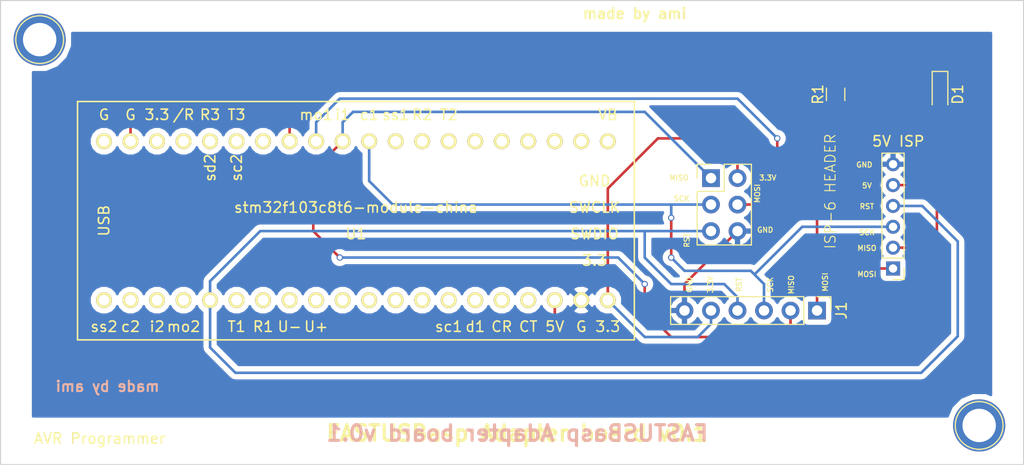
<source format=kicad_pcb>
(kicad_pcb (version 4) (host pcbnew 4.0.7-e1-6374~58~ubuntu16.04.1)

  (general
    (links 21)
    (no_connects 0)
    (area 157.949999 95.727 256.050001 140.825)
    (thickness 1.6)
    (drawings 29)
    (tracks 99)
    (zones 0)
    (modules 8)
    (nets 42)
  )

  (page A4)
  (layers
    (0 F.Cu signal)
    (31 B.Cu signal)
    (32 B.Adhes user)
    (33 F.Adhes user)
    (34 B.Paste user)
    (35 F.Paste user)
    (36 B.SilkS user)
    (37 F.SilkS user)
    (38 B.Mask user)
    (39 F.Mask user)
    (40 Dwgs.User user)
    (41 Cmts.User user)
    (42 Eco1.User user)
    (43 Eco2.User user)
    (44 Edge.Cuts user)
    (45 Margin user)
    (46 B.CrtYd user)
    (47 F.CrtYd user)
    (48 B.Fab user)
    (49 F.Fab user)
  )

  (setup
    (last_trace_width 0.25)
    (trace_clearance 0.2)
    (zone_clearance 0.508)
    (zone_45_only no)
    (trace_min 0.2)
    (segment_width 0.2)
    (edge_width 0.1)
    (via_size 0.6)
    (via_drill 0.4)
    (via_min_size 0.4)
    (via_min_drill 0.3)
    (uvia_size 0.3)
    (uvia_drill 0.1)
    (uvias_allowed no)
    (uvia_min_size 0.2)
    (uvia_min_drill 0.1)
    (pcb_text_width 0.3)
    (pcb_text_size 1.5 1.5)
    (mod_edge_width 0.15)
    (mod_text_size 1 1)
    (mod_text_width 0.15)
    (pad_size 5 5)
    (pad_drill 3.2)
    (pad_to_mask_clearance 0)
    (aux_axis_origin 0 0)
    (visible_elements FFFFFF7F)
    (pcbplotparams
      (layerselection 0x010f0_80000001)
      (usegerberextensions true)
      (excludeedgelayer true)
      (linewidth 0.100000)
      (plotframeref false)
      (viasonmask false)
      (mode 1)
      (useauxorigin false)
      (hpglpennumber 1)
      (hpglpenspeed 20)
      (hpglpendiameter 15)
      (hpglpenoverlay 2)
      (psnegative false)
      (psa4output false)
      (plotreference true)
      (plotvalue true)
      (plotinvisibletext false)
      (padsonsilk false)
      (subtractmaskfromsilk false)
      (outputformat 1)
      (mirror false)
      (drillshape 0)
      (scaleselection 1)
      (outputdirectory gerber/))
  )

  (net 0 "")
  (net 1 "Net-(U1-Pad1)")
  (net 2 "Net-(U1-Pad2)")
  (net 3 "Net-(U1-Pad3)")
  (net 4 "Net-(U1-Pad4)")
  (net 5 "Net-(U1-Pad6)")
  (net 6 "Net-(U1-Pad7)")
  (net 7 "Net-(U1-Pad8)")
  (net 8 "Net-(U1-Pad9)")
  (net 9 "Net-(U1-Pad10)")
  (net 10 "Net-(U1-Pad11)")
  (net 11 "Net-(U1-Pad12)")
  (net 12 "Net-(U1-Pad13)")
  (net 13 "Net-(U1-Pad14)")
  (net 14 "Net-(U1-Pad15)")
  (net 15 "Net-(U1-Pad16)")
  (net 16 "Net-(U1-Pad17)")
  (net 17 "Net-(U1-Pad21)")
  (net 18 "Net-(U1-Pad22)")
  (net 19 "Net-(U1-Pad23)")
  (net 20 "Net-(U1-Pad24)")
  (net 21 "Net-(U1-Pad25)")
  (net 22 "Net-(U1-Pad26)")
  (net 23 "Net-(U1-Pad27)")
  (net 24 "Net-(U1-Pad28)")
  (net 25 "Net-(U1-Pad29)")
  (net 26 "Net-(U1-Pad34)")
  (net 27 "Net-(U1-Pad35)")
  (net 28 "Net-(U1-Pad36)")
  (net 29 "Net-(U1-Pad37)")
  (net 30 "Net-(U1-Pad38)")
  (net 31 "Net-(U1-Pad40)")
  (net 32 /3.3V)
  (net 33 /GND)
  (net 34 /MISO)
  (net 35 /SCK)
  (net 36 /MOSI)
  (net 37 /RST)
  (net 38 /5V)
  (net 39 "Net-(D1-Pad1)")
  (net 40 "Net-(D1-Pad2)")
  (net 41 "Net-(R1-Pad2)")

  (net_class Default "This is the default net class."
    (clearance 0.2)
    (trace_width 0.25)
    (via_dia 0.6)
    (via_drill 0.4)
    (uvia_dia 0.3)
    (uvia_drill 0.1)
    (add_net /3.3V)
    (add_net /5V)
    (add_net /GND)
    (add_net /MISO)
    (add_net /MOSI)
    (add_net /RST)
    (add_net /SCK)
    (add_net "Net-(D1-Pad1)")
    (add_net "Net-(D1-Pad2)")
    (add_net "Net-(R1-Pad2)")
    (add_net "Net-(U1-Pad1)")
    (add_net "Net-(U1-Pad10)")
    (add_net "Net-(U1-Pad11)")
    (add_net "Net-(U1-Pad12)")
    (add_net "Net-(U1-Pad13)")
    (add_net "Net-(U1-Pad14)")
    (add_net "Net-(U1-Pad15)")
    (add_net "Net-(U1-Pad16)")
    (add_net "Net-(U1-Pad17)")
    (add_net "Net-(U1-Pad2)")
    (add_net "Net-(U1-Pad21)")
    (add_net "Net-(U1-Pad22)")
    (add_net "Net-(U1-Pad23)")
    (add_net "Net-(U1-Pad24)")
    (add_net "Net-(U1-Pad25)")
    (add_net "Net-(U1-Pad26)")
    (add_net "Net-(U1-Pad27)")
    (add_net "Net-(U1-Pad28)")
    (add_net "Net-(U1-Pad29)")
    (add_net "Net-(U1-Pad3)")
    (add_net "Net-(U1-Pad34)")
    (add_net "Net-(U1-Pad35)")
    (add_net "Net-(U1-Pad36)")
    (add_net "Net-(U1-Pad37)")
    (add_net "Net-(U1-Pad38)")
    (add_net "Net-(U1-Pad4)")
    (add_net "Net-(U1-Pad40)")
    (add_net "Net-(U1-Pad6)")
    (add_net "Net-(U1-Pad7)")
    (add_net "Net-(U1-Pad8)")
    (add_net "Net-(U1-Pad9)")
  )

  (module Connectors:1pin (layer F.Cu) (tedit 5988600F) (tstamp 5997265D)
    (at 251.75 136.75)
    (descr "module 1 pin (ou trou mecanique de percage)")
    (tags DEV)
    (fp_text reference REF** (at 0 -3.048) (layer F.SilkS) hide
      (effects (font (size 1 1) (thickness 0.15)))
    )
    (fp_text value 1pin (at 0 3) (layer F.Fab) hide
      (effects (font (size 1 1) (thickness 0.15)))
    )
    (fp_circle (center 0 0) (end 2 0.8) (layer F.Fab) (width 0.1))
    (fp_circle (center 0 0) (end 2.6 0) (layer F.CrtYd) (width 0.05))
    (fp_circle (center 0 0) (end 0 -2.286) (layer F.SilkS) (width 0.12))
    (pad 1 thru_hole circle (at 0 0) (size 5 5) (drill 3.2) (layers *.Cu *.Mask))
  )

  (module Pin_Headers:Pin_Header_Straight_2x03_Pitch2.54mm (layer F.Cu) (tedit 592112D9) (tstamp 58F3B34E)
    (at 226.06 113.03)
    (descr "Through hole straight pin header, 2x03, 2.54mm pitch, double rows")
    (tags "Through hole pin header THT 2x03 2.54mm double row")
    (path /58F3AC05)
    (fp_text reference CON1 (at 1.27 -2.33) (layer F.SilkS) hide
      (effects (font (size 1 1) (thickness 0.15)))
    )
    (fp_text value AVR-ISP-6 (at 1.27 7.41) (layer F.Fab) hide
      (effects (font (size 1 1) (thickness 0.15)))
    )
    (fp_line (start -1.27 -1.27) (end -1.27 6.35) (layer F.Fab) (width 0.1))
    (fp_line (start -1.27 6.35) (end 3.81 6.35) (layer F.Fab) (width 0.1))
    (fp_line (start 3.81 6.35) (end 3.81 -1.27) (layer F.Fab) (width 0.1))
    (fp_line (start 3.81 -1.27) (end -1.27 -1.27) (layer F.Fab) (width 0.1))
    (fp_line (start -1.33 1.27) (end -1.33 6.41) (layer F.SilkS) (width 0.12))
    (fp_line (start -1.33 6.41) (end 3.87 6.41) (layer F.SilkS) (width 0.12))
    (fp_line (start 3.87 6.41) (end 3.87 -1.33) (layer F.SilkS) (width 0.12))
    (fp_line (start 3.87 -1.33) (end 1.27 -1.33) (layer F.SilkS) (width 0.12))
    (fp_line (start 1.27 -1.33) (end 1.27 1.27) (layer F.SilkS) (width 0.12))
    (fp_line (start 1.27 1.27) (end -1.33 1.27) (layer F.SilkS) (width 0.12))
    (fp_line (start -1.33 0) (end -1.33 -1.33) (layer F.SilkS) (width 0.12))
    (fp_line (start -1.33 -1.33) (end 0 -1.33) (layer F.SilkS) (width 0.12))
    (fp_line (start -1.8 -1.8) (end -1.8 6.85) (layer F.CrtYd) (width 0.05))
    (fp_line (start -1.8 6.85) (end 4.35 6.85) (layer F.CrtYd) (width 0.05))
    (fp_line (start 4.35 6.85) (end 4.35 -1.8) (layer F.CrtYd) (width 0.05))
    (fp_line (start 4.35 -1.8) (end -1.8 -1.8) (layer F.CrtYd) (width 0.05))
    (fp_text user "ISP-6 HEADER" (at 1.27 -2.33) (layer F.Fab) hide
      (effects (font (size 1 1) (thickness 0.15)))
    )
    (pad 1 thru_hole rect (at 0 0) (size 1.7 1.7) (drill 1) (layers *.Cu *.Mask)
      (net 34 /MISO))
    (pad 2 thru_hole oval (at 2.54 0) (size 1.7 1.7) (drill 1) (layers *.Cu *.Mask)
      (net 32 /3.3V))
    (pad 3 thru_hole oval (at 0 2.54) (size 1.7 1.7) (drill 1) (layers *.Cu *.Mask)
      (net 35 /SCK))
    (pad 4 thru_hole oval (at 2.54 2.54) (size 1.7 1.7) (drill 1) (layers *.Cu *.Mask)
      (net 36 /MOSI))
    (pad 5 thru_hole oval (at 0 5.08) (size 1.7 1.7) (drill 1) (layers *.Cu *.Mask)
      (net 37 /RST))
    (pad 6 thru_hole oval (at 2.54 5.08) (size 1.7 1.7) (drill 1) (layers *.Cu *.Mask)
      (net 33 /GND))
    (model ${KISYS3DMOD}/Pin_Headers.3dshapes/Pin_Header_Straight_2x03_Pitch2.54mm.wrl
      (at (xyz 0.05 -0.1 0))
      (scale (xyz 1 1 1))
      (rotate (xyz 0 0 90))
    )
  )

  (module myelin-kicad:stm32f103c8t6-module-china (layer F.Cu) (tedit 5712CDA9) (tstamp 58F3B3A1)
    (at 192.045001 117.115001)
    (path /58F3343D)
    (fp_text reference U1 (at 0 1.27) (layer F.SilkS)
      (effects (font (size 1 1) (thickness 0.15)))
    )
    (fp_text value stm32f103c8t6-module-china (at 0 -1.27) (layer F.SilkS)
      (effects (font (size 1 1) (thickness 0.15)))
    )
    (fp_text user sc2 (at -11.43 -5.08 90) (layer F.SilkS)
      (effects (font (size 1 1) (thickness 0.15)))
    )
    (fp_text user sd2 (at -13.97 -5.08 90) (layer F.SilkS)
      (effects (font (size 1 1) (thickness 0.15)))
    )
    (fp_text user mo2 (at -16.51 10.16) (layer F.SilkS)
      (effects (font (size 1 1) (thickness 0.15)))
    )
    (fp_text user i2 (at -19.05 10.16) (layer F.SilkS)
      (effects (font (size 1 1) (thickness 0.15)))
    )
    (fp_text user c2 (at -21.59 10.16) (layer F.SilkS)
      (effects (font (size 1 1) (thickness 0.15)))
    )
    (fp_text user ss2 (at -24.13 10.16) (layer F.SilkS)
      (effects (font (size 1 1) (thickness 0.15)))
    )
    (fp_text user d1 (at 11.43 10.16) (layer F.SilkS)
      (effects (font (size 1 1) (thickness 0.15)))
    )
    (fp_text user sc1 (at 8.89 10.16) (layer F.SilkS)
      (effects (font (size 1 1) (thickness 0.15)))
    )
    (fp_text user T2 (at 8.89 -10.16) (layer F.SilkS)
      (effects (font (size 1 1) (thickness 0.15)))
    )
    (fp_text user R2 (at 6.35 -10.16) (layer F.SilkS)
      (effects (font (size 1 1) (thickness 0.15)))
    )
    (fp_text user ss1 (at 3.81 -10.16) (layer F.SilkS)
      (effects (font (size 1 1) (thickness 0.15)))
    )
    (fp_text user c1 (at 1.27 -10.16) (layer F.SilkS)
      (effects (font (size 1 1) (thickness 0.15)))
    )
    (fp_text user i1 (at -1.27 -10.16) (layer F.SilkS)
      (effects (font (size 1 1) (thickness 0.15)))
    )
    (fp_text user mo1 (at -3.81 -10.16) (layer F.SilkS)
      (effects (font (size 1 1) (thickness 0.15)))
    )
    (fp_text user T3 (at -11.43 -10.16) (layer F.SilkS)
      (effects (font (size 1 1) (thickness 0.15)))
    )
    (fp_text user R3 (at -13.97 -10.16) (layer F.SilkS)
      (effects (font (size 1 1) (thickness 0.15)))
    )
    (fp_text user CT (at 16.51 10.16) (layer F.SilkS)
      (effects (font (size 1 1) (thickness 0.15)))
    )
    (fp_text user CR (at 13.97 10.16) (layer F.SilkS)
      (effects (font (size 1 1) (thickness 0.15)))
    )
    (fp_text user U+ (at -3.81 10.16) (layer F.SilkS)
      (effects (font (size 1 1) (thickness 0.15)))
    )
    (fp_text user U- (at -6.35 10.16) (layer F.SilkS)
      (effects (font (size 1 1) (thickness 0.15)))
    )
    (fp_text user R1 (at -8.89 10.16) (layer F.SilkS)
      (effects (font (size 1 1) (thickness 0.15)))
    )
    (fp_text user T1 (at -11.43 10.16) (layer F.SilkS)
      (effects (font (size 1 1) (thickness 0.15)))
    )
    (fp_text user 3.3 (at 22.86 3.81) (layer F.SilkS)
      (effects (font (size 1 1) (thickness 0.15)))
    )
    (fp_text user SWDIO (at 22.86 1.27) (layer F.SilkS)
      (effects (font (size 1 1) (thickness 0.15)))
    )
    (fp_text user SWCLK (at 22.86 -1.27) (layer F.SilkS)
      (effects (font (size 1 1) (thickness 0.15)))
    )
    (fp_text user GND (at 22.86 -3.81) (layer F.SilkS)
      (effects (font (size 1 1) (thickness 0.15)))
    )
    (fp_text user 3.3 (at 24.13 10.16) (layer F.SilkS)
      (effects (font (size 1 1) (thickness 0.15)))
    )
    (fp_text user G (at 21.59 10.16) (layer F.SilkS)
      (effects (font (size 1 1) (thickness 0.15)))
    )
    (fp_text user /R (at -16.51 -10.16) (layer F.SilkS)
      (effects (font (size 1 1) (thickness 0.15)))
    )
    (fp_text user 3.3 (at -19.05 -10.16) (layer F.SilkS)
      (effects (font (size 1 1) (thickness 0.15)))
    )
    (fp_text user G (at -21.59 -10.16) (layer F.SilkS)
      (effects (font (size 1 1) (thickness 0.15)))
    )
    (fp_text user G (at -24.13 -10.16) (layer F.SilkS)
      (effects (font (size 1 1) (thickness 0.15)))
    )
    (fp_text user VB (at 24.13 -10.16) (layer F.SilkS)
      (effects (font (size 1 1) (thickness 0.15)))
    )
    (fp_text user 5V (at 19.05 10.16) (layer F.SilkS)
      (effects (font (size 1 1) (thickness 0.15)))
    )
    (fp_text user USB (at -24.13 0 90) (layer F.SilkS)
      (effects (font (size 1 1) (thickness 0.15)))
    )
    (fp_line (start -26.67 11.43) (end 26.67 11.43) (layer F.SilkS) (width 0.15))
    (fp_line (start 26.67 -11.43) (end -26.67 -11.43) (layer F.SilkS) (width 0.15))
    (fp_line (start 26.67 11.43) (end 26.67 -11.43) (layer F.SilkS) (width 0.15))
    (fp_line (start -26.67 -11.43) (end -26.67 11.43) (layer F.SilkS) (width 0.15))
    (pad 1 thru_hole circle (at -24.13 7.62) (size 1.524 1.524) (drill 1.016) (layers *.Cu *.Mask F.SilkS)
      (net 1 "Net-(U1-Pad1)"))
    (pad 2 thru_hole circle (at -21.59 7.62) (size 1.524 1.524) (drill 1.016) (layers *.Cu *.Mask F.SilkS)
      (net 2 "Net-(U1-Pad2)"))
    (pad 3 thru_hole circle (at -19.05 7.62) (size 1.524 1.524) (drill 1.016) (layers *.Cu *.Mask F.SilkS)
      (net 3 "Net-(U1-Pad3)"))
    (pad 4 thru_hole circle (at -16.51 7.62) (size 1.524 1.524) (drill 1.016) (layers *.Cu *.Mask F.SilkS)
      (net 4 "Net-(U1-Pad4)"))
    (pad 5 thru_hole circle (at -13.97 7.62) (size 1.524 1.524) (drill 1.016) (layers *.Cu *.Mask F.SilkS)
      (net 37 /RST))
    (pad 6 thru_hole circle (at -11.43 7.62) (size 1.524 1.524) (drill 1.016) (layers *.Cu *.Mask F.SilkS)
      (net 5 "Net-(U1-Pad6)"))
    (pad 7 thru_hole circle (at -8.89 7.62) (size 1.524 1.524) (drill 1.016) (layers *.Cu *.Mask F.SilkS)
      (net 6 "Net-(U1-Pad7)"))
    (pad 8 thru_hole circle (at -6.35 7.62) (size 1.524 1.524) (drill 1.016) (layers *.Cu *.Mask F.SilkS)
      (net 7 "Net-(U1-Pad8)"))
    (pad 9 thru_hole circle (at -3.81 7.62) (size 1.524 1.524) (drill 1.016) (layers *.Cu *.Mask F.SilkS)
      (net 8 "Net-(U1-Pad9)"))
    (pad 10 thru_hole circle (at -1.27 7.62) (size 1.524 1.524) (drill 1.016) (layers *.Cu *.Mask F.SilkS)
      (net 9 "Net-(U1-Pad10)"))
    (pad 11 thru_hole circle (at 1.27 7.62) (size 1.524 1.524) (drill 1.016) (layers *.Cu *.Mask F.SilkS)
      (net 10 "Net-(U1-Pad11)"))
    (pad 12 thru_hole circle (at 3.81 7.62) (size 1.524 1.524) (drill 1.016) (layers *.Cu *.Mask F.SilkS)
      (net 11 "Net-(U1-Pad12)"))
    (pad 13 thru_hole circle (at 6.35 7.62) (size 1.524 1.524) (drill 1.016) (layers *.Cu *.Mask F.SilkS)
      (net 12 "Net-(U1-Pad13)"))
    (pad 14 thru_hole circle (at 8.89 7.62) (size 1.524 1.524) (drill 1.016) (layers *.Cu *.Mask F.SilkS)
      (net 13 "Net-(U1-Pad14)"))
    (pad 15 thru_hole circle (at 11.43 7.62) (size 1.524 1.524) (drill 1.016) (layers *.Cu *.Mask F.SilkS)
      (net 14 "Net-(U1-Pad15)"))
    (pad 16 thru_hole circle (at 13.97 7.62) (size 1.524 1.524) (drill 1.016) (layers *.Cu *.Mask F.SilkS)
      (net 15 "Net-(U1-Pad16)"))
    (pad 17 thru_hole circle (at 16.51 7.62) (size 1.524 1.524) (drill 1.016) (layers *.Cu *.Mask F.SilkS)
      (net 16 "Net-(U1-Pad17)"))
    (pad 18 thru_hole circle (at 19.05 7.62) (size 1.524 1.524) (drill 1.016) (layers *.Cu *.Mask F.SilkS)
      (net 38 /5V))
    (pad 19 thru_hole circle (at 21.59 7.62) (size 1.524 1.524) (drill 1.016) (layers *.Cu *.Mask F.SilkS)
      (net 33 /GND))
    (pad 20 thru_hole circle (at 24.13 7.62) (size 1.524 1.524) (drill 1.016) (layers *.Cu *.Mask F.SilkS)
      (net 32 /3.3V))
    (pad 21 thru_hole circle (at 24.13 -7.62) (size 1.524 1.524) (drill 1.016) (layers *.Cu *.Mask F.SilkS)
      (net 17 "Net-(U1-Pad21)"))
    (pad 22 thru_hole circle (at 21.59 -7.62) (size 1.524 1.524) (drill 1.016) (layers *.Cu *.Mask F.SilkS)
      (net 18 "Net-(U1-Pad22)"))
    (pad 23 thru_hole circle (at 19.05 -7.62) (size 1.524 1.524) (drill 1.016) (layers *.Cu *.Mask F.SilkS)
      (net 19 "Net-(U1-Pad23)"))
    (pad 24 thru_hole circle (at 16.51 -7.62) (size 1.524 1.524) (drill 1.016) (layers *.Cu *.Mask F.SilkS)
      (net 20 "Net-(U1-Pad24)"))
    (pad 25 thru_hole circle (at 13.97 -7.62) (size 1.524 1.524) (drill 1.016) (layers *.Cu *.Mask F.SilkS)
      (net 21 "Net-(U1-Pad25)"))
    (pad 26 thru_hole circle (at 11.43 -7.62) (size 1.524 1.524) (drill 1.016) (layers *.Cu *.Mask F.SilkS)
      (net 22 "Net-(U1-Pad26)"))
    (pad 27 thru_hole circle (at 8.89 -7.62) (size 1.524 1.524) (drill 1.016) (layers *.Cu *.Mask F.SilkS)
      (net 23 "Net-(U1-Pad27)"))
    (pad 28 thru_hole circle (at 6.35 -7.62) (size 1.524 1.524) (drill 1.016) (layers *.Cu *.Mask F.SilkS)
      (net 24 "Net-(U1-Pad28)"))
    (pad 29 thru_hole circle (at 3.81 -7.62) (size 1.524 1.524) (drill 1.016) (layers *.Cu *.Mask F.SilkS)
      (net 25 "Net-(U1-Pad29)"))
    (pad 30 thru_hole circle (at 1.27 -7.62) (size 1.524 1.524) (drill 1.016) (layers *.Cu *.Mask F.SilkS)
      (net 35 /SCK))
    (pad 31 thru_hole circle (at -1.27 -7.62) (size 1.524 1.524) (drill 1.016) (layers *.Cu *.Mask F.SilkS)
      (net 34 /MISO))
    (pad 32 thru_hole circle (at -3.81 -7.62) (size 1.524 1.524) (drill 1.016) (layers *.Cu *.Mask F.SilkS)
      (net 36 /MOSI))
    (pad 33 thru_hole circle (at -6.35 -7.62) (size 1.524 1.524) (drill 1.016) (layers *.Cu *.Mask F.SilkS)
      (net 41 "Net-(R1-Pad2)"))
    (pad 34 thru_hole circle (at -8.89 -7.62) (size 1.524 1.524) (drill 1.016) (layers *.Cu *.Mask F.SilkS)
      (net 26 "Net-(U1-Pad34)"))
    (pad 35 thru_hole circle (at -11.43 -7.62) (size 1.524 1.524) (drill 1.016) (layers *.Cu *.Mask F.SilkS)
      (net 27 "Net-(U1-Pad35)"))
    (pad 36 thru_hole circle (at -13.97 -7.62) (size 1.524 1.524) (drill 1.016) (layers *.Cu *.Mask F.SilkS)
      (net 28 "Net-(U1-Pad36)"))
    (pad 37 thru_hole circle (at -16.51 -7.62) (size 1.524 1.524) (drill 1.016) (layers *.Cu *.Mask F.SilkS)
      (net 29 "Net-(U1-Pad37)"))
    (pad 38 thru_hole circle (at -19.05 -7.62) (size 1.524 1.524) (drill 1.016) (layers *.Cu *.Mask F.SilkS)
      (net 30 "Net-(U1-Pad38)"))
    (pad 39 thru_hole circle (at -21.59 -7.62) (size 1.524 1.524) (drill 1.016) (layers *.Cu *.Mask F.SilkS)
      (net 39 "Net-(D1-Pad1)"))
    (pad 40 thru_hole circle (at -24.13 -7.62) (size 1.524 1.524) (drill 1.016) (layers *.Cu *.Mask F.SilkS)
      (net 31 "Net-(U1-Pad40)"))
  )

  (module Pin_Headers:Pin_Header_Straight_1x06_Pitch2.54mm (layer F.Cu) (tedit 5988627B) (tstamp 591FC474)
    (at 236.22 125.73 270)
    (descr "Through hole straight pin header, 1x06, 2.54mm pitch, single row")
    (tags "Through hole pin header THT 1x06 2.54mm single row")
    (path /591FC29A)
    (fp_text reference J1 (at 0 -2.33 270) (layer F.SilkS)
      (effects (font (size 1 1) (thickness 0.15)))
    )
    (fp_text value CONN_01X06 (at -1.27 16.51 270) (layer F.Fab) hide
      (effects (font (size 1 1) (thickness 0.15)))
    )
    (fp_line (start -1.27 -1.27) (end -1.27 13.97) (layer F.Fab) (width 0.1))
    (fp_line (start -1.27 13.97) (end 1.27 13.97) (layer F.Fab) (width 0.1))
    (fp_line (start 1.27 13.97) (end 1.27 -1.27) (layer F.Fab) (width 0.1))
    (fp_line (start 1.27 -1.27) (end -1.27 -1.27) (layer F.Fab) (width 0.1))
    (fp_line (start -1.33 1.27) (end -1.33 14.03) (layer F.SilkS) (width 0.12))
    (fp_line (start -1.33 14.03) (end 1.33 14.03) (layer F.SilkS) (width 0.12))
    (fp_line (start 1.33 14.03) (end 1.33 1.27) (layer F.SilkS) (width 0.12))
    (fp_line (start 1.33 1.27) (end -1.33 1.27) (layer F.SilkS) (width 0.12))
    (fp_line (start -1.33 0) (end -1.33 -1.33) (layer F.SilkS) (width 0.12))
    (fp_line (start -1.33 -1.33) (end 0 -1.33) (layer F.SilkS) (width 0.12))
    (fp_line (start -1.8 -1.8) (end -1.8 14.5) (layer F.CrtYd) (width 0.05))
    (fp_line (start -1.8 14.5) (end 1.8 14.5) (layer F.CrtYd) (width 0.05))
    (fp_line (start 1.8 14.5) (end 1.8 -1.8) (layer F.CrtYd) (width 0.05))
    (fp_line (start 1.8 -1.8) (end -1.8 -1.8) (layer F.CrtYd) (width 0.05))
    (fp_text user %R (at 0 -2.33 270) (layer F.Fab) hide
      (effects (font (size 1 1) (thickness 0.15)))
    )
    (pad 1 thru_hole rect (at 0 0 270) (size 1.7 1.7) (drill 1) (layers *.Cu *.Mask)
      (net 36 /MOSI))
    (pad 2 thru_hole oval (at 0 2.54 270) (size 1.7 1.7) (drill 1) (layers *.Cu *.Mask)
      (net 34 /MISO))
    (pad 3 thru_hole oval (at 0 5.08 270) (size 1.7 1.7) (drill 1) (layers *.Cu *.Mask)
      (net 35 /SCK))
    (pad 4 thru_hole oval (at 0 7.62 270) (size 1.7 1.7) (drill 1) (layers *.Cu *.Mask)
      (net 37 /RST))
    (pad 5 thru_hole oval (at 0 10.16 270) (size 1.7 1.7) (drill 1) (layers *.Cu *.Mask)
      (net 32 /3.3V))
    (pad 6 thru_hole oval (at 0 12.7 270) (size 1.7 1.7) (drill 1) (layers *.Cu *.Mask)
      (net 33 /GND))
    (model ${KISYS3DMOD}/Pin_Headers.3dshapes/Pin_Header_Straight_1x06_Pitch2.54mm.wrl
      (at (xyz 0 -0.25 0))
      (scale (xyz 1 1 1))
      (rotate (xyz 0 0 90))
    )
  )

  (module Pin_Headers:Pin_Header_Straight_1x06_Pitch2.00mm (layer F.Cu) (tedit 59886273) (tstamp 59885484)
    (at 243.5 121.7 180)
    (descr "Through hole straight pin header, 1x06, 2.00mm pitch, single row")
    (tags "Through hole pin header THT 1x06 2.00mm single row")
    (path /598853A4)
    (fp_text reference J2 (at 0 -2.06 180) (layer F.SilkS) hide
      (effects (font (size 1 1) (thickness 0.15)))
    )
    (fp_text value "5V ISP" (at -0.5 12.2 180) (layer F.SilkS)
      (effects (font (size 1 1) (thickness 0.15)))
    )
    (fp_line (start -0.5 -1) (end 1 -1) (layer F.Fab) (width 0.1))
    (fp_line (start 1 -1) (end 1 11) (layer F.Fab) (width 0.1))
    (fp_line (start 1 11) (end -1 11) (layer F.Fab) (width 0.1))
    (fp_line (start -1 11) (end -1 -0.5) (layer F.Fab) (width 0.1))
    (fp_line (start -1 -0.5) (end -0.5 -1) (layer F.Fab) (width 0.1))
    (fp_line (start -1.06 11.06) (end 1.06 11.06) (layer F.SilkS) (width 0.12))
    (fp_line (start -1.06 1) (end -1.06 11.06) (layer F.SilkS) (width 0.12))
    (fp_line (start 1.06 1) (end 1.06 11.06) (layer F.SilkS) (width 0.12))
    (fp_line (start -1.06 1) (end 1.06 1) (layer F.SilkS) (width 0.12))
    (fp_line (start -1.06 0) (end -1.06 -1.06) (layer F.SilkS) (width 0.12))
    (fp_line (start -1.06 -1.06) (end 0 -1.06) (layer F.SilkS) (width 0.12))
    (fp_line (start -1.5 -1.5) (end -1.5 11.5) (layer F.CrtYd) (width 0.05))
    (fp_line (start -1.5 11.5) (end 1.5 11.5) (layer F.CrtYd) (width 0.05))
    (fp_line (start 1.5 11.5) (end 1.5 -1.5) (layer F.CrtYd) (width 0.05))
    (fp_line (start 1.5 -1.5) (end -1.5 -1.5) (layer F.CrtYd) (width 0.05))
    (fp_text user %R (at 0 5 270) (layer F.Fab)
      (effects (font (size 1 1) (thickness 0.15)))
    )
    (pad 1 thru_hole rect (at 0 0 180) (size 1.35 1.35) (drill 0.8) (layers *.Cu *.Mask)
      (net 36 /MOSI))
    (pad 2 thru_hole oval (at 0 2 180) (size 1.35 1.35) (drill 0.8) (layers *.Cu *.Mask)
      (net 34 /MISO))
    (pad 3 thru_hole oval (at 0 4 180) (size 1.35 1.35) (drill 0.8) (layers *.Cu *.Mask)
      (net 35 /SCK))
    (pad 4 thru_hole oval (at 0 6 180) (size 1.35 1.35) (drill 0.8) (layers *.Cu *.Mask)
      (net 37 /RST))
    (pad 5 thru_hole oval (at 0 8 180) (size 1.35 1.35) (drill 0.8) (layers *.Cu *.Mask)
      (net 38 /5V))
    (pad 6 thru_hole oval (at 0 10 180) (size 1.35 1.35) (drill 0.8) (layers *.Cu *.Mask)
      (net 33 /GND))
    (model ${KISYS3DMOD}/Pin_Headers.3dshapes/Pin_Header_Straight_1x06_Pitch2.00mm.wrl
      (at (xyz 0 0 0))
      (scale (xyz 1 1 1))
      (rotate (xyz 0 0 0))
    )
  )

  (module LEDs:LED_0805_HandSoldering (layer F.Cu) (tedit 5988612E) (tstamp 59885E1C)
    (at 248 105 270)
    (descr "Resistor SMD 0805, hand soldering")
    (tags "resistor 0805")
    (path /59885E11)
    (attr smd)
    (fp_text reference D1 (at 0 -1.7 270) (layer F.SilkS)
      (effects (font (size 1 1) (thickness 0.15)))
    )
    (fp_text value LED (at 0 1.75 270) (layer F.Fab)
      (effects (font (size 1 1) (thickness 0.15)))
    )
    (fp_line (start -0.4 -0.4) (end -0.4 0.4) (layer F.Fab) (width 0.1))
    (fp_line (start -0.4 0) (end 0.2 -0.4) (layer F.Fab) (width 0.1))
    (fp_line (start 0.2 0.4) (end -0.4 0) (layer F.Fab) (width 0.1))
    (fp_line (start 0.2 -0.4) (end 0.2 0.4) (layer F.Fab) (width 0.1))
    (fp_line (start -1 0.62) (end -1 -0.62) (layer F.Fab) (width 0.1))
    (fp_line (start 1 0.62) (end -1 0.62) (layer F.Fab) (width 0.1))
    (fp_line (start 1 -0.62) (end 1 0.62) (layer F.Fab) (width 0.1))
    (fp_line (start -1 -0.62) (end 1 -0.62) (layer F.Fab) (width 0.1))
    (fp_line (start 1 0.75) (end -2.2 0.75) (layer F.SilkS) (width 0.12))
    (fp_line (start -2.2 -0.75) (end 1 -0.75) (layer F.SilkS) (width 0.12))
    (fp_line (start -2.35 -0.9) (end 2.35 -0.9) (layer F.CrtYd) (width 0.05))
    (fp_line (start -2.35 -0.9) (end -2.35 0.9) (layer F.CrtYd) (width 0.05))
    (fp_line (start 2.35 0.9) (end 2.35 -0.9) (layer F.CrtYd) (width 0.05))
    (fp_line (start 2.35 0.9) (end -2.35 0.9) (layer F.CrtYd) (width 0.05))
    (fp_line (start -2.2 -0.75) (end -2.2 0.75) (layer F.SilkS) (width 0.12))
    (pad 1 smd rect (at -1.35 0 270) (size 1.5 1.3) (layers F.Cu F.Paste F.Mask)
      (net 39 "Net-(D1-Pad1)"))
    (pad 2 smd rect (at 1.35 0 270) (size 1.5 1.3) (layers F.Cu F.Paste F.Mask)
      (net 40 "Net-(D1-Pad2)"))
    (model ${KISYS3DMOD}/LEDs.3dshapes/LED_0805.wrl
      (at (xyz 0 0 0))
      (scale (xyz 1 1 1))
      (rotate (xyz 0 0 0))
    )
  )

  (module Resistors_SMD:R_0805_HandSoldering (layer F.Cu) (tedit 59886128) (tstamp 59885E22)
    (at 238 105 90)
    (descr "Resistor SMD 0805, hand soldering")
    (tags "resistor 0805")
    (path /59885CC6)
    (attr smd)
    (fp_text reference R1 (at 0 -1.7 90) (layer F.SilkS)
      (effects (font (size 1 1) (thickness 0.15)))
    )
    (fp_text value R (at 0 1.75 90) (layer F.Fab) hide
      (effects (font (size 1 1) (thickness 0.15)))
    )
    (fp_text user %R (at 0 0 90) (layer F.Fab)
      (effects (font (size 0.5 0.5) (thickness 0.075)))
    )
    (fp_line (start -1 0.62) (end -1 -0.62) (layer F.Fab) (width 0.1))
    (fp_line (start 1 0.62) (end -1 0.62) (layer F.Fab) (width 0.1))
    (fp_line (start 1 -0.62) (end 1 0.62) (layer F.Fab) (width 0.1))
    (fp_line (start -1 -0.62) (end 1 -0.62) (layer F.Fab) (width 0.1))
    (fp_line (start 0.6 0.88) (end -0.6 0.88) (layer F.SilkS) (width 0.12))
    (fp_line (start -0.6 -0.88) (end 0.6 -0.88) (layer F.SilkS) (width 0.12))
    (fp_line (start -2.35 -0.9) (end 2.35 -0.9) (layer F.CrtYd) (width 0.05))
    (fp_line (start -2.35 -0.9) (end -2.35 0.9) (layer F.CrtYd) (width 0.05))
    (fp_line (start 2.35 0.9) (end 2.35 -0.9) (layer F.CrtYd) (width 0.05))
    (fp_line (start 2.35 0.9) (end -2.35 0.9) (layer F.CrtYd) (width 0.05))
    (pad 1 smd rect (at -1.35 0 90) (size 1.5 1.3) (layers F.Cu F.Paste F.Mask)
      (net 40 "Net-(D1-Pad2)"))
    (pad 2 smd rect (at 1.35 0 90) (size 1.5 1.3) (layers F.Cu F.Paste F.Mask)
      (net 41 "Net-(R1-Pad2)"))
    (model ${KISYS3DMOD}/Resistors_SMD.3dshapes/R_0805.wrl
      (at (xyz 0 0 0))
      (scale (xyz 1 1 1))
      (rotate (xyz 0 0 0))
    )
  )

  (module Connectors:1pin (layer F.Cu) (tedit 5988600F) (tstamp 59885FE2)
    (at 161.75 99.75)
    (descr "module 1 pin (ou trou mecanique de percage)")
    (tags DEV)
    (fp_text reference REF** (at 0 -3.048) (layer F.SilkS) hide
      (effects (font (size 1 1) (thickness 0.15)))
    )
    (fp_text value 1pin (at 0 3) (layer F.Fab) hide
      (effects (font (size 1 1) (thickness 0.15)))
    )
    (fp_circle (center 0 0) (end 2 0.8) (layer F.Fab) (width 0.1))
    (fp_circle (center 0 0) (end 2.6 0) (layer F.CrtYd) (width 0.05))
    (fp_circle (center 0 0) (end 0 -2.286) (layer F.SilkS) (width 0.12))
    (pad 1 thru_hole circle (at 0 0) (size 5 5) (drill 3.2) (layers *.Cu *.Mask))
  )

  (gr_text "AVR Programmer" (at 167.5 138) (layer F.SilkS)
    (effects (font (size 1 1) (thickness 0.15)))
  )
  (gr_text "FASTUSBasp Adapter board v0.1" (at 207.5 137.5) (layer B.SilkS)
    (effects (font (size 1.5 1.5) (thickness 0.3)) (justify mirror))
  )
  (gr_text TOP (at 250 100.5) (layer F.Cu)
    (effects (font (size 1.5 1.5) (thickness 0.3)))
  )
  (gr_text GND (at 240.75 111.75) (layer F.SilkS)
    (effects (font (size 0.5 0.5) (thickness 0.1)))
  )
  (gr_text 5V (at 241 113.75) (layer F.SilkS)
    (effects (font (size 0.5 0.5) (thickness 0.1)))
  )
  (gr_text RST (at 241 115.75) (layer F.SilkS)
    (effects (font (size 0.5 0.5) (thickness 0.1)))
  )
  (gr_text SCK (at 241 118.25) (layer F.SilkS)
    (effects (font (size 0.5 0.5) (thickness 0.1)))
  )
  (gr_text MISO (at 241 119.75) (layer F.SilkS)
    (effects (font (size 0.5 0.5) (thickness 0.1)))
  )
  (gr_text MOSI (at 241 122.25) (layer F.SilkS)
    (effects (font (size 0.5 0.5) (thickness 0.1)))
  )
  (gr_text "FASTUSBasp Adapter board v0.1" (at 207.5 137.5) (layer F.SilkS)
    (effects (font (size 1.5 1.5) (thickness 0.3)))
  )
  (gr_text "made by ami" (at 218.75 97.25) (layer F.SilkS)
    (effects (font (size 1 1) (thickness 0.2)))
  )
  (gr_line (start 158 140.5) (end 158 96) (angle 90) (layer Edge.Cuts) (width 0.1))
  (gr_line (start 256 140.5) (end 158 140.5) (angle 90) (layer Edge.Cuts) (width 0.1))
  (gr_line (start 256 96) (end 256 140.5) (angle 90) (layer Edge.Cuts) (width 0.1))
  (gr_line (start 158 96) (end 256 96) (angle 90) (layer Edge.Cuts) (width 0.1))
  (gr_text GND (at 224 123.25 90) (layer F.SilkS)
    (effects (font (size 0.5 0.5) (thickness 0.1)))
  )
  (gr_text 3.3V (at 226 123.25 90) (layer F.SilkS)
    (effects (font (size 0.5 0.5) (thickness 0.1)))
  )
  (gr_text RST (at 228.75 123.25 90) (layer F.SilkS)
    (effects (font (size 0.5 0.5) (thickness 0.1)))
  )
  (gr_text SCK (at 231.75 123.25 90) (layer F.SilkS)
    (effects (font (size 0.5 0.5) (thickness 0.1)))
  )
  (gr_text MISO (at 233.75 123.25 90) (layer F.SilkS)
    (effects (font (size 0.5 0.5) (thickness 0.1)))
  )
  (gr_text MOSI (at 237 123 90) (layer F.SilkS)
    (effects (font (size 0.5 0.5) (thickness 0.1)))
  )
  (gr_text GND (at 231.25 118) (layer F.SilkS)
    (effects (font (size 0.5 0.5) (thickness 0.1)))
  )
  (gr_text MOSI (at 230.5 114.5 90) (layer F.SilkS)
    (effects (font (size 0.5 0.5) (thickness 0.1)))
  )
  (gr_text 3.3V (at 231.5 113) (layer F.SilkS)
    (effects (font (size 0.5 0.5) (thickness 0.1)))
  )
  (gr_text "ISP-6 HEADER" (at 237.49 114.3 90) (layer F.SilkS)
    (effects (font (size 1 1) (thickness 0.1)))
  )
  (gr_text RST (at 223.75 119 90) (layer F.SilkS)
    (effects (font (size 0.5 0.5) (thickness 0.1)))
  )
  (gr_text SCK (at 223.25 115) (layer F.SilkS)
    (effects (font (size 0.5 0.5) (thickness 0.1)))
  )
  (gr_text MISO (at 223 113) (layer F.SilkS)
    (effects (font (size 0.5 0.5) (thickness 0.1)))
  )
  (gr_text "made by ami" (at 168.25 133) (layer B.SilkS)
    (effects (font (size 1 1) (thickness 0.2)) (justify mirror))
  )

  (segment (start 226.06 125.73) (end 226.06 127) (width 0.25) (layer B.Cu) (net 32))
  (segment (start 219.71 128.27) (end 216.175001 124.735001) (width 0.25) (layer B.Cu) (net 32) (tstamp 592111A1))
  (segment (start 224.79 128.27) (end 219.71 128.27) (width 0.25) (layer B.Cu) (net 32) (tstamp 5921119E))
  (segment (start 226.06 127) (end 224.79 128.27) (width 0.25) (layer B.Cu) (net 32) (tstamp 5921119B))
  (segment (start 216.175001 124.735001) (end 216.175001 114.024999) (width 0.25) (layer F.Cu) (net 32))
  (segment (start 228.6 110.49) (end 228.6 113.03) (width 0.25) (layer F.Cu) (net 32) (tstamp 591FC83A))
  (segment (start 227.33 109.22) (end 228.6 110.49) (width 0.25) (layer F.Cu) (net 32) (tstamp 591FC838))
  (segment (start 220.98 109.22) (end 227.33 109.22) (width 0.25) (layer F.Cu) (net 32) (tstamp 591FC834))
  (segment (start 216.175001 114.024999) (end 220.98 109.22) (width 0.25) (layer F.Cu) (net 32) (tstamp 591FC826))
  (segment (start 223.52 125.73) (end 223.52 123.19) (width 0.25) (layer F.Cu) (net 33))
  (segment (start 223.52 123.19) (end 228.6 118.11) (width 0.25) (layer F.Cu) (net 33) (tstamp 59885716))
  (segment (start 232.4 128.27) (end 242.63 128.27) (width 0.25) (layer F.Cu) (net 34))
  (segment (start 244.8 119.7) (end 243.5 119.7) (width 0.25) (layer F.Cu) (net 34) (tstamp 59885534))
  (segment (start 245.9 120.8) (end 244.8 119.7) (width 0.25) (layer F.Cu) (net 34) (tstamp 59885532))
  (segment (start 245.9 125) (end 245.9 120.8) (width 0.25) (layer F.Cu) (net 34) (tstamp 59885530))
  (segment (start 242.63 128.27) (end 245.9 125) (width 0.25) (layer F.Cu) (net 34) (tstamp 5988552C))
  (segment (start 233.68 125.73) (end 233.68 127) (width 0.25) (layer F.Cu) (net 34))
  (segment (start 187.96 112.310002) (end 190.775001 109.495001) (width 0.25) (layer F.Cu) (net 34) (tstamp 59211154))
  (segment (start 187.96 118.11) (end 187.96 112.310002) (width 0.25) (layer F.Cu) (net 34) (tstamp 59211150))
  (segment (start 190.5 120.65) (end 187.96 118.11) (width 0.25) (layer F.Cu) (net 34) (tstamp 5921114F))
  (via (at 190.5 120.65) (size 0.6) (drill 0.4) (layers F.Cu B.Cu) (net 34))
  (segment (start 217.17 120.65) (end 190.5 120.65) (width 0.25) (layer B.Cu) (net 34) (tstamp 59211144))
  (segment (start 219.71 123.19) (end 217.17 120.65) (width 0.25) (layer B.Cu) (net 34) (tstamp 59211143))
  (via (at 219.71 123.19) (size 0.6) (drill 0.4) (layers F.Cu B.Cu) (net 34))
  (segment (start 219.71 125.73) (end 219.71 123.19) (width 0.25) (layer F.Cu) (net 34) (tstamp 59211123))
  (segment (start 222.25 128.27) (end 219.71 125.73) (width 0.25) (layer F.Cu) (net 34) (tstamp 5921111F))
  (segment (start 232.41 128.27) (end 232.4 128.27) (width 0.25) (layer F.Cu) (net 34) (tstamp 592110EF))
  (segment (start 232.4 128.27) (end 222.25 128.27) (width 0.25) (layer F.Cu) (net 34) (tstamp 5988552A))
  (segment (start 233.68 127) (end 232.41 128.27) (width 0.25) (layer F.Cu) (net 34) (tstamp 592110EC))
  (segment (start 190.775001 109.495001) (end 190.775001 107.674999) (width 0.25) (layer B.Cu) (net 34))
  (segment (start 219.71 106.68) (end 226.06 113.03) (width 0.25) (layer B.Cu) (net 34) (tstamp 58F3B544))
  (segment (start 191.77 106.68) (end 219.71 106.68) (width 0.25) (layer B.Cu) (net 34) (tstamp 58F3B53F))
  (segment (start 190.775001 107.674999) (end 191.77 106.68) (width 0.25) (layer B.Cu) (net 34) (tstamp 58F3B53C))
  (segment (start 230.225 122.275) (end 234.8 117.7) (width 0.25) (layer B.Cu) (net 35))
  (segment (start 234.8 117.7) (end 243.5 117.7) (width 0.25) (layer B.Cu) (net 35) (tstamp 59885579))
  (segment (start 231.14 125.73) (end 231.14 123.19) (width 0.25) (layer B.Cu) (net 35))
  (segment (start 222.25 116.84) (end 222.25 115.57) (width 0.25) (layer B.Cu) (net 35) (tstamp 5921116E))
  (via (at 222.25 116.84) (size 0.6) (drill 0.4) (layers F.Cu B.Cu) (net 35))
  (segment (start 222.25 120.65) (end 222.25 116.84) (width 0.25) (layer F.Cu) (net 35) (tstamp 5921116B))
  (via (at 222.25 120.65) (size 0.6) (drill 0.4) (layers F.Cu B.Cu) (net 35))
  (segment (start 223.52 121.92) (end 222.25 120.65) (width 0.25) (layer B.Cu) (net 35) (tstamp 59211167))
  (segment (start 229.87 121.92) (end 223.52 121.92) (width 0.25) (layer B.Cu) (net 35) (tstamp 59211162))
  (segment (start 231.14 123.19) (end 230.225 122.275) (width 0.25) (layer B.Cu) (net 35) (tstamp 59211160))
  (segment (start 230.225 122.275) (end 229.87 121.92) (width 0.25) (layer B.Cu) (net 35) (tstamp 59885577))
  (segment (start 193.315001 109.495001) (end 193.315001 113.305001) (width 0.25) (layer B.Cu) (net 35))
  (segment (start 195.58 115.57) (end 218.44 115.57) (width 0.25) (layer B.Cu) (net 35) (tstamp 58F3B551))
  (segment (start 218.44 115.57) (end 222.25 115.57) (width 0.25) (layer B.Cu) (net 35) (tstamp 591FC62B))
  (segment (start 222.25 115.57) (end 226.06 115.57) (width 0.25) (layer B.Cu) (net 35) (tstamp 591FC803))
  (segment (start 193.315001 113.305001) (end 195.58 115.57) (width 0.25) (layer B.Cu) (net 35) (tstamp 58F3B549))
  (segment (start 236.22 120.2) (end 237.8 120.2) (width 0.25) (layer F.Cu) (net 36))
  (segment (start 239.3 121.7) (end 243.5 121.7) (width 0.25) (layer F.Cu) (net 36) (tstamp 59885561))
  (segment (start 237.8 120.2) (end 239.3 121.7) (width 0.25) (layer F.Cu) (net 36) (tstamp 5988555F))
  (segment (start 236.22 125.73) (end 236.22 120.2) (width 0.25) (layer F.Cu) (net 36))
  (segment (start 236.22 120.2) (end 236.22 115.57) (width 0.25) (layer F.Cu) (net 36) (tstamp 5988555D))
  (segment (start 234.95 114.3) (end 232.41 114.3) (width 0.25) (layer F.Cu) (net 36) (tstamp 592110E1))
  (segment (start 236.22 115.57) (end 234.95 114.3) (width 0.25) (layer F.Cu) (net 36) (tstamp 592110DF))
  (segment (start 232.41 114.3) (end 231.14 115.57) (width 0.25) (layer F.Cu) (net 36) (tstamp 58F3B4FF))
  (segment (start 232.41 109.22) (end 232.41 114.3) (width 0.25) (layer F.Cu) (net 36) (tstamp 58F3B4FE))
  (via (at 232.41 109.22) (size 0.6) (drill 0.4) (layers F.Cu B.Cu) (net 36))
  (segment (start 228.6 105.41) (end 232.41 109.22) (width 0.25) (layer B.Cu) (net 36) (tstamp 58F3B4F1))
  (segment (start 190.5 105.41) (end 228.6 105.41) (width 0.25) (layer B.Cu) (net 36) (tstamp 58F3B4EC))
  (segment (start 188.235001 107.674999) (end 190.5 105.41) (width 0.25) (layer B.Cu) (net 36) (tstamp 58F3B4E3))
  (segment (start 188.235001 109.495001) (end 188.235001 107.674999) (width 0.25) (layer B.Cu) (net 36))
  (segment (start 231.14 115.57) (end 228.6 115.57) (width 0.25) (layer F.Cu) (net 36) (tstamp 58F3B507))
  (segment (start 178.075001 124.735001) (end 178.075001 129.275001) (width 0.25) (layer B.Cu) (net 37))
  (segment (start 246.3 115.7) (end 243.5 115.7) (width 0.25) (layer B.Cu) (net 37) (tstamp 598855FD))
  (segment (start 249.7 119.1) (end 246.3 115.7) (width 0.25) (layer B.Cu) (net 37) (tstamp 598855FB))
  (segment (start 249.7 128.2) (end 249.7 119.1) (width 0.25) (layer B.Cu) (net 37) (tstamp 598855F8))
  (segment (start 246.2 131.7) (end 249.7 128.2) (width 0.25) (layer B.Cu) (net 37) (tstamp 598855F6))
  (segment (start 180.5 131.7) (end 246.2 131.7) (width 0.25) (layer B.Cu) (net 37) (tstamp 598855F0))
  (segment (start 178.075001 129.275001) (end 180.5 131.7) (width 0.25) (layer B.Cu) (net 37) (tstamp 598855EC))
  (segment (start 228.6 125.73) (end 228.6 124.46) (width 0.25) (layer B.Cu) (net 37))
  (segment (start 219.71 120.65) (end 219.71 118.11) (width 0.25) (layer B.Cu) (net 37) (tstamp 59211186))
  (segment (start 222.25 123.19) (end 219.71 120.65) (width 0.25) (layer B.Cu) (net 37) (tstamp 59211184))
  (segment (start 227.33 123.19) (end 222.25 123.19) (width 0.25) (layer B.Cu) (net 37) (tstamp 59211181))
  (segment (start 228.6 124.46) (end 227.33 123.19) (width 0.25) (layer B.Cu) (net 37) (tstamp 5921117C))
  (segment (start 178.075001 124.735001) (end 178.075001 122.914999) (width 0.25) (layer B.Cu) (net 37))
  (segment (start 182.88 118.11) (end 214.63 118.11) (width 0.25) (layer B.Cu) (net 37) (tstamp 58F3B566))
  (segment (start 214.63 118.11) (end 219.71 118.11) (width 0.25) (layer B.Cu) (net 37) (tstamp 591FC6E6))
  (segment (start 219.71 118.11) (end 226.06 118.11) (width 0.25) (layer B.Cu) (net 37) (tstamp 591FC81C))
  (segment (start 178.075001 122.914999) (end 182.88 118.11) (width 0.25) (layer B.Cu) (net 37) (tstamp 58F3B55E))
  (segment (start 211.095001 124.735001) (end 211.095001 128.795001) (width 0.25) (layer F.Cu) (net 38))
  (segment (start 245.9 113.7) (end 243.5 113.7) (width 0.25) (layer F.Cu) (net 38) (tstamp 598855C5))
  (segment (start 247.7 115.5) (end 245.9 113.7) (width 0.25) (layer F.Cu) (net 38) (tstamp 598855C3))
  (segment (start 247.7 126.4) (end 247.7 115.5) (width 0.25) (layer F.Cu) (net 38) (tstamp 598855BC))
  (segment (start 244 130.1) (end 247.7 126.4) (width 0.25) (layer F.Cu) (net 38) (tstamp 598855B7))
  (segment (start 212.4 130.1) (end 244 130.1) (width 0.25) (layer F.Cu) (net 38) (tstamp 598855B4))
  (segment (start 211.095001 128.795001) (end 212.4 130.1) (width 0.25) (layer F.Cu) (net 38) (tstamp 598855AB))
  (segment (start 248 103.65) (end 243.15 103.65) (width 0.25) (layer F.Cu) (net 39))
  (segment (start 170.455001 106.294999) (end 170.455001 109.495001) (width 0.25) (layer F.Cu) (net 39) (tstamp 59885F07))
  (segment (start 176 100.75) (end 170.455001 106.294999) (width 0.25) (layer F.Cu) (net 39) (tstamp 59885F04))
  (segment (start 240.25 100.75) (end 176 100.75) (width 0.25) (layer F.Cu) (net 39) (tstamp 59885F01))
  (segment (start 243.15 103.65) (end 240.25 100.75) (width 0.25) (layer F.Cu) (net 39) (tstamp 59885EFA))
  (segment (start 248 103.65) (end 248 103) (width 0.25) (layer F.Cu) (net 39))
  (segment (start 238 106.35) (end 248 106.35) (width 0.25) (layer F.Cu) (net 40))
  (segment (start 185.695001 109.495001) (end 185.695001 106.304999) (width 0.25) (layer F.Cu) (net 41))
  (segment (start 188.25 103.75) (end 237.9 103.75) (width 0.25) (layer F.Cu) (net 41) (tstamp 59885EBC))
  (segment (start 185.695001 106.304999) (end 188.25 103.75) (width 0.25) (layer F.Cu) (net 41) (tstamp 59885EBA))
  (segment (start 237.9 103.75) (end 238 103.65) (width 0.25) (layer F.Cu) (net 41) (tstamp 59885EC3))

  (zone (net 33) (net_name /GND) (layer B.Cu) (tstamp 5988568D) (hatch edge 0.508)
    (connect_pads (clearance 0.508))
    (min_thickness 0.254)
    (fill yes (arc_segments 16) (thermal_gap 0.508) (thermal_bridge_width 0.508))
    (polygon
      (pts
        (xy 253 136) (xy 161 136) (xy 161 99) (xy 253 99)
      )
    )
    (filled_polygon
      (pts
        (xy 252.873 133.821783) (xy 252.376326 133.615546) (xy 251.129146 133.614457) (xy 249.976485 134.090727) (xy 249.093826 134.971847)
        (xy 248.719635 135.873) (xy 161.127 135.873) (xy 161.127 109.771662) (xy 166.517759 109.771662) (xy 166.729991 110.285304)
        (xy 167.122631 110.67863) (xy 167.635901 110.891758) (xy 168.191662 110.892243) (xy 168.705304 110.680011) (xy 169.09863 110.287371)
        (xy 169.18495 110.079489) (xy 169.269991 110.285304) (xy 169.662631 110.67863) (xy 170.175901 110.891758) (xy 170.731662 110.892243)
        (xy 171.245304 110.680011) (xy 171.63863 110.287371) (xy 171.72495 110.079489) (xy 171.809991 110.285304) (xy 172.202631 110.67863)
        (xy 172.715901 110.891758) (xy 173.271662 110.892243) (xy 173.785304 110.680011) (xy 174.17863 110.287371) (xy 174.26495 110.079489)
        (xy 174.349991 110.285304) (xy 174.742631 110.67863) (xy 175.255901 110.891758) (xy 175.811662 110.892243) (xy 176.325304 110.680011)
        (xy 176.71863 110.287371) (xy 176.80495 110.079489) (xy 176.889991 110.285304) (xy 177.282631 110.67863) (xy 177.795901 110.891758)
        (xy 178.351662 110.892243) (xy 178.865304 110.680011) (xy 179.25863 110.287371) (xy 179.34495 110.079489) (xy 179.429991 110.285304)
        (xy 179.822631 110.67863) (xy 180.335901 110.891758) (xy 180.891662 110.892243) (xy 181.405304 110.680011) (xy 181.79863 110.287371)
        (xy 181.88495 110.079489) (xy 181.969991 110.285304) (xy 182.362631 110.67863) (xy 182.875901 110.891758) (xy 183.431662 110.892243)
        (xy 183.945304 110.680011) (xy 184.33863 110.287371) (xy 184.42495 110.079489) (xy 184.509991 110.285304) (xy 184.902631 110.67863)
        (xy 185.415901 110.891758) (xy 185.971662 110.892243) (xy 186.485304 110.680011) (xy 186.87863 110.287371) (xy 186.96495 110.079489)
        (xy 187.049991 110.285304) (xy 187.442631 110.67863) (xy 187.955901 110.891758) (xy 188.511662 110.892243) (xy 189.025304 110.680011)
        (xy 189.41863 110.287371) (xy 189.50495 110.079489) (xy 189.589991 110.285304) (xy 189.982631 110.67863) (xy 190.495901 110.891758)
        (xy 191.051662 110.892243) (xy 191.565304 110.680011) (xy 191.95863 110.287371) (xy 192.04495 110.079489) (xy 192.129991 110.285304)
        (xy 192.522631 110.67863) (xy 192.555001 110.692071) (xy 192.555001 113.305001) (xy 192.612853 113.59584) (xy 192.7776 113.842402)
        (xy 195.042599 116.107401) (xy 195.28916 116.272148) (xy 195.58 116.33) (xy 221.449367 116.33) (xy 221.315162 116.653201)
        (xy 221.314838 117.025167) (xy 221.449056 117.35) (xy 182.88 117.35) (xy 182.589161 117.407852) (xy 182.342599 117.572599)
        (xy 177.5376 122.377598) (xy 177.372853 122.62416) (xy 177.315001 122.914999) (xy 177.315001 123.53747) (xy 177.284698 123.549991)
        (xy 176.891372 123.942631) (xy 176.805052 124.150513) (xy 176.720011 123.944698) (xy 176.327371 123.551372) (xy 175.814101 123.338244)
        (xy 175.25834 123.337759) (xy 174.744698 123.549991) (xy 174.351372 123.942631) (xy 174.265052 124.150513) (xy 174.180011 123.944698)
        (xy 173.787371 123.551372) (xy 173.274101 123.338244) (xy 172.71834 123.337759) (xy 172.204698 123.549991) (xy 171.811372 123.942631)
        (xy 171.725052 124.150513) (xy 171.640011 123.944698) (xy 171.247371 123.551372) (xy 170.734101 123.338244) (xy 170.17834 123.337759)
        (xy 169.664698 123.549991) (xy 169.271372 123.942631) (xy 169.185052 124.150513) (xy 169.100011 123.944698) (xy 168.707371 123.551372)
        (xy 168.194101 123.338244) (xy 167.63834 123.337759) (xy 167.124698 123.549991) (xy 166.731372 123.942631) (xy 166.518244 124.455901)
        (xy 166.517759 125.011662) (xy 166.729991 125.525304) (xy 167.122631 125.91863) (xy 167.635901 126.131758) (xy 168.191662 126.132243)
        (xy 168.705304 125.920011) (xy 169.09863 125.527371) (xy 169.18495 125.319489) (xy 169.269991 125.525304) (xy 169.662631 125.91863)
        (xy 170.175901 126.131758) (xy 170.731662 126.132243) (xy 171.245304 125.920011) (xy 171.63863 125.527371) (xy 171.72495 125.319489)
        (xy 171.809991 125.525304) (xy 172.202631 125.91863) (xy 172.715901 126.131758) (xy 173.271662 126.132243) (xy 173.785304 125.920011)
        (xy 174.17863 125.527371) (xy 174.26495 125.319489) (xy 174.349991 125.525304) (xy 174.742631 125.91863) (xy 175.255901 126.131758)
        (xy 175.811662 126.132243) (xy 176.325304 125.920011) (xy 176.71863 125.527371) (xy 176.80495 125.319489) (xy 176.889991 125.525304)
        (xy 177.282631 125.91863) (xy 177.315001 125.932071) (xy 177.315001 129.275001) (xy 177.372853 129.56584) (xy 177.5376 129.812402)
        (xy 179.962599 132.237401) (xy 180.20916 132.402148) (xy 180.257414 132.411746) (xy 180.5 132.46) (xy 246.2 132.46)
        (xy 246.490839 132.402148) (xy 246.737401 132.237401) (xy 250.237401 128.737401) (xy 250.402148 128.49084) (xy 250.411746 128.442586)
        (xy 250.46 128.2) (xy 250.46 119.1) (xy 250.402148 118.809161) (xy 250.237401 118.562599) (xy 246.837401 115.162599)
        (xy 246.590839 114.997852) (xy 246.3 114.94) (xy 244.563099 114.94) (xy 244.451974 114.77369) (xy 244.341689 114.7)
        (xy 244.451974 114.62631) (xy 244.735946 114.201315) (xy 244.835664 113.7) (xy 244.735946 113.198685) (xy 244.451974 112.77369)
        (xy 244.334314 112.695072) (xy 244.629478 112.363633) (xy 244.76791 112.0294) (xy 244.644224 111.827) (xy 243.627 111.827)
        (xy 243.627 111.847) (xy 243.373 111.847) (xy 243.373 111.827) (xy 242.355776 111.827) (xy 242.23209 112.0294)
        (xy 242.370522 112.363633) (xy 242.665686 112.695072) (xy 242.548026 112.77369) (xy 242.264054 113.198685) (xy 242.164336 113.7)
        (xy 242.264054 114.201315) (xy 242.548026 114.62631) (xy 242.658311 114.7) (xy 242.548026 114.77369) (xy 242.264054 115.198685)
        (xy 242.164336 115.7) (xy 242.264054 116.201315) (xy 242.548026 116.62631) (xy 242.658311 116.7) (xy 242.548026 116.77369)
        (xy 242.436901 116.94) (xy 234.8 116.94) (xy 234.509161 116.997852) (xy 234.262599 117.162599) (xy 230.188718 121.23648)
        (xy 230.160839 121.217852) (xy 229.87 121.16) (xy 223.834802 121.16) (xy 223.185122 120.51032) (xy 223.185162 120.464833)
        (xy 223.043117 120.121057) (xy 222.780327 119.857808) (xy 222.436799 119.715162) (xy 222.064833 119.714838) (xy 221.721057 119.856883)
        (xy 221.457808 120.119673) (xy 221.315162 120.463201) (xy 221.314838 120.835167) (xy 221.456883 121.178943) (xy 221.719673 121.442192)
        (xy 222.063201 121.584838) (xy 222.110077 121.584879) (xy 222.955198 122.43) (xy 222.564802 122.43) (xy 220.47 120.335198)
        (xy 220.47 118.87) (xy 224.787046 118.87) (xy 224.980853 119.160054) (xy 225.462622 119.481961) (xy 226.030907 119.595)
        (xy 226.089093 119.595) (xy 226.657378 119.481961) (xy 227.139147 119.160054) (xy 227.328345 118.876899) (xy 227.328355 118.876924)
        (xy 227.718642 119.305183) (xy 228.243108 119.551486) (xy 228.473 119.430819) (xy 228.473 118.237) (xy 228.727 118.237)
        (xy 228.727 119.430819) (xy 228.956892 119.551486) (xy 229.481358 119.305183) (xy 229.871645 118.876924) (xy 230.041476 118.46689)
        (xy 229.920155 118.237) (xy 228.727 118.237) (xy 228.473 118.237) (xy 228.453 118.237) (xy 228.453 117.983)
        (xy 228.473 117.983) (xy 228.473 117.963) (xy 228.727 117.963) (xy 228.727 117.983) (xy 229.920155 117.983)
        (xy 230.041476 117.75311) (xy 229.871645 117.343076) (xy 229.481358 116.914817) (xy 229.338447 116.847702) (xy 229.679147 116.620054)
        (xy 230.001054 116.138285) (xy 230.114093 115.57) (xy 230.001054 115.001715) (xy 229.679147 114.519946) (xy 229.349974 114.3)
        (xy 229.679147 114.080054) (xy 230.001054 113.598285) (xy 230.114093 113.03) (xy 230.001054 112.461715) (xy 229.679147 111.979946)
        (xy 229.197378 111.658039) (xy 228.629093 111.545) (xy 228.570907 111.545) (xy 228.002622 111.658039) (xy 227.520853 111.979946)
        (xy 227.520029 111.981179) (xy 227.513162 111.944683) (xy 227.37409 111.728559) (xy 227.16189 111.583569) (xy 226.91 111.53256)
        (xy 225.637362 111.53256) (xy 225.475402 111.3706) (xy 242.23209 111.3706) (xy 242.355776 111.573) (xy 243.373 111.573)
        (xy 243.373 110.55491) (xy 243.627 110.55491) (xy 243.627 111.573) (xy 244.644224 111.573) (xy 244.76791 111.3706)
        (xy 244.629478 111.036367) (xy 244.28954 110.654651) (xy 243.829402 110.43208) (xy 243.627 110.55491) (xy 243.373 110.55491)
        (xy 243.170598 110.43208) (xy 242.71046 110.654651) (xy 242.370522 111.036367) (xy 242.23209 111.3706) (xy 225.475402 111.3706)
        (xy 220.274802 106.17) (xy 228.285198 106.17) (xy 231.474878 109.35968) (xy 231.474838 109.405167) (xy 231.616883 109.748943)
        (xy 231.879673 110.012192) (xy 232.223201 110.154838) (xy 232.595167 110.155162) (xy 232.938943 110.013117) (xy 233.202192 109.750327)
        (xy 233.344838 109.406799) (xy 233.345162 109.034833) (xy 233.203117 108.691057) (xy 232.940327 108.427808) (xy 232.596799 108.285162)
        (xy 232.549923 108.285121) (xy 229.137401 104.872599) (xy 228.890839 104.707852) (xy 228.6 104.65) (xy 190.5 104.65)
        (xy 190.20916 104.707852) (xy 189.962599 104.872599) (xy 187.6976 107.137598) (xy 187.532853 107.38416) (xy 187.475001 107.674999)
        (xy 187.475001 108.29747) (xy 187.444698 108.309991) (xy 187.051372 108.702631) (xy 186.965052 108.910513) (xy 186.880011 108.704698)
        (xy 186.487371 108.311372) (xy 185.974101 108.098244) (xy 185.41834 108.097759) (xy 184.904698 108.309991) (xy 184.511372 108.702631)
        (xy 184.425052 108.910513) (xy 184.340011 108.704698) (xy 183.947371 108.311372) (xy 183.434101 108.098244) (xy 182.87834 108.097759)
        (xy 182.364698 108.309991) (xy 181.971372 108.702631) (xy 181.885052 108.910513) (xy 181.800011 108.704698) (xy 181.407371 108.311372)
        (xy 180.894101 108.098244) (xy 180.33834 108.097759) (xy 179.824698 108.309991) (xy 179.431372 108.702631) (xy 179.345052 108.910513)
        (xy 179.260011 108.704698) (xy 178.867371 108.311372) (xy 178.354101 108.098244) (xy 177.79834 108.097759) (xy 177.284698 108.309991)
        (xy 176.891372 108.702631) (xy 176.805052 108.910513) (xy 176.720011 108.704698) (xy 176.327371 108.311372) (xy 175.814101 108.098244)
        (xy 175.25834 108.097759) (xy 174.744698 108.309991) (xy 174.351372 108.702631) (xy 174.265052 108.910513) (xy 174.180011 108.704698)
        (xy 173.787371 108.311372) (xy 173.274101 108.098244) (xy 172.71834 108.097759) (xy 172.204698 108.309991) (xy 171.811372 108.702631)
        (xy 171.725052 108.910513) (xy 171.640011 108.704698) (xy 171.247371 108.311372) (xy 170.734101 108.098244) (xy 170.17834 108.097759)
        (xy 169.664698 108.309991) (xy 169.271372 108.702631) (xy 169.185052 108.910513) (xy 169.100011 108.704698) (xy 168.707371 108.311372)
        (xy 168.194101 108.098244) (xy 167.63834 108.097759) (xy 167.124698 108.309991) (xy 166.731372 108.702631) (xy 166.518244 109.215901)
        (xy 166.517759 109.771662) (xy 161.127 109.771662) (xy 161.127 102.884457) (xy 162.370854 102.885543) (xy 163.523515 102.409273)
        (xy 164.406174 101.528153) (xy 164.884454 100.376326) (xy 164.885543 99.129146) (xy 164.884656 99.127) (xy 252.873 99.127)
      )
    )
    (filled_polygon
      (pts
        (xy 248.94 119.414802) (xy 248.94 127.885198) (xy 245.885198 130.94) (xy 180.814802 130.94) (xy 178.835001 128.960199)
        (xy 178.835001 125.932532) (xy 178.865304 125.920011) (xy 179.25863 125.527371) (xy 179.34495 125.319489) (xy 179.429991 125.525304)
        (xy 179.822631 125.91863) (xy 180.335901 126.131758) (xy 180.891662 126.132243) (xy 181.405304 125.920011) (xy 181.79863 125.527371)
        (xy 181.88495 125.319489) (xy 181.969991 125.525304) (xy 182.362631 125.91863) (xy 182.875901 126.131758) (xy 183.431662 126.132243)
        (xy 183.945304 125.920011) (xy 184.33863 125.527371) (xy 184.42495 125.319489) (xy 184.509991 125.525304) (xy 184.902631 125.91863)
        (xy 185.415901 126.131758) (xy 185.971662 126.132243) (xy 186.485304 125.920011) (xy 186.87863 125.527371) (xy 186.96495 125.319489)
        (xy 187.049991 125.525304) (xy 187.442631 125.91863) (xy 187.955901 126.131758) (xy 188.511662 126.132243) (xy 189.025304 125.920011)
        (xy 189.41863 125.527371) (xy 189.50495 125.319489) (xy 189.589991 125.525304) (xy 189.982631 125.91863) (xy 190.495901 126.131758)
        (xy 191.051662 126.132243) (xy 191.565304 125.920011) (xy 191.95863 125.527371) (xy 192.04495 125.319489) (xy 192.129991 125.525304)
        (xy 192.522631 125.91863) (xy 193.035901 126.131758) (xy 193.591662 126.132243) (xy 194.105304 125.920011) (xy 194.49863 125.527371)
        (xy 194.58495 125.319489) (xy 194.669991 125.525304) (xy 195.062631 125.91863) (xy 195.575901 126.131758) (xy 196.131662 126.132243)
        (xy 196.645304 125.920011) (xy 197.03863 125.527371) (xy 197.12495 125.319489) (xy 197.209991 125.525304) (xy 197.602631 125.91863)
        (xy 198.115901 126.131758) (xy 198.671662 126.132243) (xy 199.185304 125.920011) (xy 199.57863 125.527371) (xy 199.66495 125.319489)
        (xy 199.749991 125.525304) (xy 200.142631 125.91863) (xy 200.655901 126.131758) (xy 201.211662 126.132243) (xy 201.725304 125.920011)
        (xy 202.11863 125.527371) (xy 202.20495 125.319489) (xy 202.289991 125.525304) (xy 202.682631 125.91863) (xy 203.195901 126.131758)
        (xy 203.751662 126.132243) (xy 204.265304 125.920011) (xy 204.65863 125.527371) (xy 204.74495 125.319489) (xy 204.829991 125.525304)
        (xy 205.222631 125.91863) (xy 205.735901 126.131758) (xy 206.291662 126.132243) (xy 206.805304 125.920011) (xy 207.19863 125.527371)
        (xy 207.28495 125.319489) (xy 207.369991 125.525304) (xy 207.762631 125.91863) (xy 208.275901 126.131758) (xy 208.831662 126.132243)
        (xy 209.345304 125.920011) (xy 209.73863 125.527371) (xy 209.82495 125.319489) (xy 209.909991 125.525304) (xy 210.302631 125.91863)
        (xy 210.815901 126.131758) (xy 211.371662 126.132243) (xy 211.885304 125.920011) (xy 212.090458 125.715214) (xy 212.834393 125.715214)
        (xy 212.903858 125.957398) (xy 213.427303 126.144145) (xy 213.982369 126.116363) (xy 214.366144 125.957398) (xy 214.435609 125.715214)
        (xy 213.635001 124.914606) (xy 212.834393 125.715214) (xy 212.090458 125.715214) (xy 212.27863 125.527371) (xy 212.358396 125.335274)
        (xy 212.412604 125.466144) (xy 212.654788 125.535609) (xy 213.455396 124.735001) (xy 212.654788 123.934393) (xy 212.412604 124.003858)
        (xy 212.362492 124.144319) (xy 212.280011 123.944698) (xy 212.090433 123.754788) (xy 212.834393 123.754788) (xy 213.635001 124.555396)
        (xy 214.435609 123.754788) (xy 214.366144 123.512604) (xy 213.842699 123.325857) (xy 213.287633 123.353639) (xy 212.903858 123.512604)
        (xy 212.834393 123.754788) (xy 212.090433 123.754788) (xy 211.887371 123.551372) (xy 211.374101 123.338244) (xy 210.81834 123.337759)
        (xy 210.304698 123.549991) (xy 209.911372 123.942631) (xy 209.825052 124.150513) (xy 209.740011 123.944698) (xy 209.347371 123.551372)
        (xy 208.834101 123.338244) (xy 208.27834 123.337759) (xy 207.764698 123.549991) (xy 207.371372 123.942631) (xy 207.285052 124.150513)
        (xy 207.200011 123.944698) (xy 206.807371 123.551372) (xy 206.294101 123.338244) (xy 205.73834 123.337759) (xy 205.224698 123.549991)
        (xy 204.831372 123.942631) (xy 204.745052 124.150513) (xy 204.660011 123.944698) (xy 204.267371 123.551372) (xy 203.754101 123.338244)
        (xy 203.19834 123.337759) (xy 202.684698 123.549991) (xy 202.291372 123.942631) (xy 202.205052 124.150513) (xy 202.120011 123.944698)
        (xy 201.727371 123.551372) (xy 201.214101 123.338244) (xy 200.65834 123.337759) (xy 200.144698 123.549991) (xy 199.751372 123.942631)
        (xy 199.665052 124.150513) (xy 199.580011 123.944698) (xy 199.187371 123.551372) (xy 198.674101 123.338244) (xy 198.11834 123.337759)
        (xy 197.604698 123.549991) (xy 197.211372 123.942631) (xy 197.125052 124.150513) (xy 197.040011 123.944698) (xy 196.647371 123.551372)
        (xy 196.134101 123.338244) (xy 195.57834 123.337759) (xy 195.064698 123.549991) (xy 194.671372 123.942631) (xy 194.585052 124.150513)
        (xy 194.500011 123.944698) (xy 194.107371 123.551372) (xy 193.594101 123.338244) (xy 193.03834 123.337759) (xy 192.524698 123.549991)
        (xy 192.131372 123.942631) (xy 192.045052 124.150513) (xy 191.960011 123.944698) (xy 191.567371 123.551372) (xy 191.054101 123.338244)
        (xy 190.49834 123.337759) (xy 189.984698 123.549991) (xy 189.591372 123.942631) (xy 189.505052 124.150513) (xy 189.420011 123.944698)
        (xy 189.027371 123.551372) (xy 188.514101 123.338244) (xy 187.95834 123.337759) (xy 187.444698 123.549991) (xy 187.051372 123.942631)
        (xy 186.965052 124.150513) (xy 186.880011 123.944698) (xy 186.487371 123.551372) (xy 185.974101 123.338244) (xy 185.41834 123.337759)
        (xy 184.904698 123.549991) (xy 184.511372 123.942631) (xy 184.425052 124.150513) (xy 184.340011 123.944698) (xy 183.947371 123.551372)
        (xy 183.434101 123.338244) (xy 182.87834 123.337759) (xy 182.364698 123.549991) (xy 181.971372 123.942631) (xy 181.885052 124.150513)
        (xy 181.800011 123.944698) (xy 181.407371 123.551372) (xy 180.894101 123.338244) (xy 180.33834 123.337759) (xy 179.824698 123.549991)
        (xy 179.431372 123.942631) (xy 179.345052 124.150513) (xy 179.260011 123.944698) (xy 178.867371 123.551372) (xy 178.835001 123.537931)
        (xy 178.835001 123.229801) (xy 181.229635 120.835167) (xy 189.564838 120.835167) (xy 189.706883 121.178943) (xy 189.969673 121.442192)
        (xy 190.313201 121.584838) (xy 190.685167 121.585162) (xy 191.028943 121.443117) (xy 191.062118 121.41) (xy 216.855198 121.41)
        (xy 218.774878 123.32968) (xy 218.774838 123.375167) (xy 218.916883 123.718943) (xy 219.179673 123.982192) (xy 219.523201 124.124838)
        (xy 219.895167 124.125162) (xy 220.238943 123.983117) (xy 220.502192 123.720327) (xy 220.644838 123.376799) (xy 220.645162 123.004833)
        (xy 220.503117 122.661057) (xy 220.240327 122.397808) (xy 219.896799 122.255162) (xy 219.849923 122.255121) (xy 217.707401 120.112599)
        (xy 217.460839 119.947852) (xy 217.17 119.89) (xy 191.062463 119.89) (xy 191.030327 119.857808) (xy 190.686799 119.715162)
        (xy 190.314833 119.714838) (xy 189.971057 119.856883) (xy 189.707808 120.119673) (xy 189.565162 120.463201) (xy 189.564838 120.835167)
        (xy 181.229635 120.835167) (xy 183.194802 118.87) (xy 218.95 118.87) (xy 218.95 120.65) (xy 219.007852 120.940839)
        (xy 219.172599 121.187401) (xy 221.712599 123.727401) (xy 221.95916 123.892148) (xy 222.007414 123.901746) (xy 222.25 123.95)
        (xy 227.015198 123.95) (xy 227.649519 124.584321) (xy 227.549946 124.650853) (xy 227.33 124.980026) (xy 227.110054 124.650853)
        (xy 226.628285 124.328946) (xy 226.06 124.215907) (xy 225.491715 124.328946) (xy 225.009946 124.650853) (xy 224.782298 124.991553)
        (xy 224.715183 124.848642) (xy 224.286924 124.458355) (xy 223.87689 124.288524) (xy 223.647 124.409845) (xy 223.647 125.603)
        (xy 223.667 125.603) (xy 223.667 125.857) (xy 223.647 125.857) (xy 223.647 127.050155) (xy 223.87689 127.171476)
        (xy 224.286924 127.001645) (xy 224.715183 126.611358) (xy 224.782298 126.468447) (xy 225.009946 126.809147) (xy 225.109519 126.875679)
        (xy 224.475198 127.51) (xy 220.024802 127.51) (xy 218.601694 126.086892) (xy 222.078514 126.086892) (xy 222.324817 126.611358)
        (xy 222.753076 127.001645) (xy 223.16311 127.171476) (xy 223.393 127.050155) (xy 223.393 125.857) (xy 222.199181 125.857)
        (xy 222.078514 126.086892) (xy 218.601694 126.086892) (xy 217.88791 125.373108) (xy 222.078514 125.373108) (xy 222.199181 125.603)
        (xy 223.393 125.603) (xy 223.393 124.409845) (xy 223.16311 124.288524) (xy 222.753076 124.458355) (xy 222.324817 124.848642)
        (xy 222.078514 125.373108) (xy 217.88791 125.373108) (xy 217.559184 125.044382) (xy 217.571758 125.014101) (xy 217.572243 124.45834)
        (xy 217.360011 123.944698) (xy 216.967371 123.551372) (xy 216.454101 123.338244) (xy 215.89834 123.337759) (xy 215.384698 123.549991)
        (xy 214.991372 123.942631) (xy 214.911606 124.134728) (xy 214.857398 124.003858) (xy 214.615214 123.934393) (xy 213.814606 124.735001)
        (xy 214.615214 125.535609) (xy 214.857398 125.466144) (xy 214.90751 125.325683) (xy 214.989991 125.525304) (xy 215.382631 125.91863)
        (xy 215.895901 126.131758) (xy 216.451662 126.132243) (xy 216.484056 126.118858) (xy 219.172599 128.807401) (xy 219.419161 128.972148)
        (xy 219.71 129.03) (xy 224.79 129.03) (xy 225.080839 128.972148) (xy 225.327401 128.807401) (xy 226.597401 127.537401)
        (xy 226.762148 127.29084) (xy 226.819322 127.003407) (xy 227.110054 126.809147) (xy 227.33 126.479974) (xy 227.549946 126.809147)
        (xy 228.031715 127.131054) (xy 228.6 127.244093) (xy 229.168285 127.131054) (xy 229.650054 126.809147) (xy 229.87 126.479974)
        (xy 230.089946 126.809147) (xy 230.571715 127.131054) (xy 231.14 127.244093) (xy 231.708285 127.131054) (xy 232.190054 126.809147)
        (xy 232.41 126.479974) (xy 232.629946 126.809147) (xy 233.111715 127.131054) (xy 233.68 127.244093) (xy 234.248285 127.131054)
        (xy 234.730054 126.809147) (xy 234.75785 126.767548) (xy 234.766838 126.815317) (xy 234.90591 127.031441) (xy 235.11811 127.176431)
        (xy 235.37 127.22744) (xy 237.07 127.22744) (xy 237.305317 127.183162) (xy 237.521441 127.04409) (xy 237.666431 126.83189)
        (xy 237.71744 126.58) (xy 237.71744 124.88) (xy 237.673162 124.644683) (xy 237.53409 124.428559) (xy 237.32189 124.283569)
        (xy 237.07 124.23256) (xy 235.37 124.23256) (xy 235.134683 124.276838) (xy 234.918559 124.41591) (xy 234.773569 124.62811)
        (xy 234.759914 124.695541) (xy 234.730054 124.650853) (xy 234.248285 124.328946) (xy 233.68 124.215907) (xy 233.111715 124.328946)
        (xy 232.629946 124.650853) (xy 232.41 124.980026) (xy 232.190054 124.650853) (xy 231.9 124.457046) (xy 231.9 123.19)
        (xy 231.851746 122.947414) (xy 231.842148 122.89916) (xy 231.677401 122.652599) (xy 231.299802 122.275) (xy 235.114802 118.46)
        (xy 242.436901 118.46) (xy 242.548026 118.62631) (xy 242.658311 118.7) (xy 242.548026 118.77369) (xy 242.264054 119.198685)
        (xy 242.164336 119.7) (xy 242.264054 120.201315) (xy 242.465008 120.502064) (xy 242.373559 120.56091) (xy 242.228569 120.77311)
        (xy 242.17756 121.025) (xy 242.17756 122.375) (xy 242.221838 122.610317) (xy 242.36091 122.826441) (xy 242.57311 122.971431)
        (xy 242.825 123.02244) (xy 244.175 123.02244) (xy 244.410317 122.978162) (xy 244.626441 122.83909) (xy 244.771431 122.62689)
        (xy 244.82244 122.375) (xy 244.82244 121.025) (xy 244.778162 120.789683) (xy 244.63909 120.573559) (xy 244.534823 120.502317)
        (xy 244.735946 120.201315) (xy 244.835664 119.7) (xy 244.735946 119.198685) (xy 244.451974 118.77369) (xy 244.341689 118.7)
        (xy 244.451974 118.62631) (xy 244.735946 118.201315) (xy 244.835664 117.7) (xy 244.735946 117.198685) (xy 244.451974 116.77369)
        (xy 244.341689 116.7) (xy 244.451974 116.62631) (xy 244.563099 116.46) (xy 245.985198 116.46)
      )
    )
  )
)

</source>
